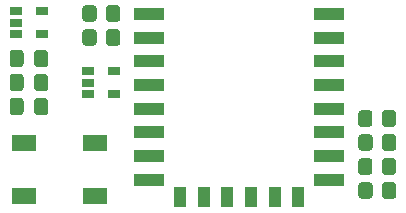
<source format=gbr>
%TF.GenerationSoftware,KiCad,Pcbnew,(5.1.9)-1*%
%TF.CreationDate,2021-10-20T11:11:32-07:00*%
%TF.ProjectId,LED-Controller-ESP-12F,4c45442d-436f-46e7-9472-6f6c6c65722d,A*%
%TF.SameCoordinates,Original*%
%TF.FileFunction,Paste,Top*%
%TF.FilePolarity,Positive*%
%FSLAX46Y46*%
G04 Gerber Fmt 4.6, Leading zero omitted, Abs format (unit mm)*
G04 Created by KiCad (PCBNEW (5.1.9)-1) date 2021-10-20 11:11:32*
%MOMM*%
%LPD*%
G01*
G04 APERTURE LIST*
%ADD10R,2.100000X1.400000*%
%ADD11R,1.060000X0.650000*%
%ADD12R,2.500000X1.000000*%
%ADD13R,1.000000X1.800000*%
G04 APERTURE END LIST*
%TO.C,C1*%
G36*
G01*
X109859500Y-112997000D02*
X109859500Y-112047000D01*
G75*
G02*
X110109500Y-111797000I250000J0D01*
G01*
X110784500Y-111797000D01*
G75*
G02*
X111034500Y-112047000I0J-250000D01*
G01*
X111034500Y-112997000D01*
G75*
G02*
X110784500Y-113247000I-250000J0D01*
G01*
X110109500Y-113247000D01*
G75*
G02*
X109859500Y-112997000I0J250000D01*
G01*
G37*
G36*
G01*
X111934500Y-112997000D02*
X111934500Y-112047000D01*
G75*
G02*
X112184500Y-111797000I250000J0D01*
G01*
X112859500Y-111797000D01*
G75*
G02*
X113109500Y-112047000I0J-250000D01*
G01*
X113109500Y-112997000D01*
G75*
G02*
X112859500Y-113247000I-250000J0D01*
G01*
X112184500Y-113247000D01*
G75*
G02*
X111934500Y-112997000I0J250000D01*
G01*
G37*
%TD*%
%TO.C,C2*%
G36*
G01*
X111934500Y-115029000D02*
X111934500Y-114079000D01*
G75*
G02*
X112184500Y-113829000I250000J0D01*
G01*
X112859500Y-113829000D01*
G75*
G02*
X113109500Y-114079000I0J-250000D01*
G01*
X113109500Y-115029000D01*
G75*
G02*
X112859500Y-115279000I-250000J0D01*
G01*
X112184500Y-115279000D01*
G75*
G02*
X111934500Y-115029000I0J250000D01*
G01*
G37*
G36*
G01*
X109859500Y-115029000D02*
X109859500Y-114079000D01*
G75*
G02*
X110109500Y-113829000I250000J0D01*
G01*
X110784500Y-113829000D01*
G75*
G02*
X111034500Y-114079000I0J-250000D01*
G01*
X111034500Y-115029000D01*
G75*
G02*
X110784500Y-115279000I-250000J0D01*
G01*
X110109500Y-115279000D01*
G75*
G02*
X109859500Y-115029000I0J250000D01*
G01*
G37*
%TD*%
%TO.C,C3*%
G36*
G01*
X109859500Y-117061000D02*
X109859500Y-116111000D01*
G75*
G02*
X110109500Y-115861000I250000J0D01*
G01*
X110784500Y-115861000D01*
G75*
G02*
X111034500Y-116111000I0J-250000D01*
G01*
X111034500Y-117061000D01*
G75*
G02*
X110784500Y-117311000I-250000J0D01*
G01*
X110109500Y-117311000D01*
G75*
G02*
X109859500Y-117061000I0J250000D01*
G01*
G37*
G36*
G01*
X111934500Y-117061000D02*
X111934500Y-116111000D01*
G75*
G02*
X112184500Y-115861000I250000J0D01*
G01*
X112859500Y-115861000D01*
G75*
G02*
X113109500Y-116111000I0J-250000D01*
G01*
X113109500Y-117061000D01*
G75*
G02*
X112859500Y-117311000I-250000J0D01*
G01*
X112184500Y-117311000D01*
G75*
G02*
X111934500Y-117061000I0J250000D01*
G01*
G37*
%TD*%
%TO.C,R1*%
G36*
G01*
X118018000Y-109162001D02*
X118018000Y-108261999D01*
G75*
G02*
X118267999Y-108012000I249999J0D01*
G01*
X118968001Y-108012000D01*
G75*
G02*
X119218000Y-108261999I0J-249999D01*
G01*
X119218000Y-109162001D01*
G75*
G02*
X118968001Y-109412000I-249999J0D01*
G01*
X118267999Y-109412000D01*
G75*
G02*
X118018000Y-109162001I0J249999D01*
G01*
G37*
G36*
G01*
X116018000Y-109162001D02*
X116018000Y-108261999D01*
G75*
G02*
X116267999Y-108012000I249999J0D01*
G01*
X116968001Y-108012000D01*
G75*
G02*
X117218000Y-108261999I0J-249999D01*
G01*
X117218000Y-109162001D01*
G75*
G02*
X116968001Y-109412000I-249999J0D01*
G01*
X116267999Y-109412000D01*
G75*
G02*
X116018000Y-109162001I0J249999D01*
G01*
G37*
%TD*%
%TO.C,R2*%
G36*
G01*
X116018000Y-111194001D02*
X116018000Y-110293999D01*
G75*
G02*
X116267999Y-110044000I249999J0D01*
G01*
X116968001Y-110044000D01*
G75*
G02*
X117218000Y-110293999I0J-249999D01*
G01*
X117218000Y-111194001D01*
G75*
G02*
X116968001Y-111444000I-249999J0D01*
G01*
X116267999Y-111444000D01*
G75*
G02*
X116018000Y-111194001I0J249999D01*
G01*
G37*
G36*
G01*
X118018000Y-111194001D02*
X118018000Y-110293999D01*
G75*
G02*
X118267999Y-110044000I249999J0D01*
G01*
X118968001Y-110044000D01*
G75*
G02*
X119218000Y-110293999I0J-249999D01*
G01*
X119218000Y-111194001D01*
G75*
G02*
X118968001Y-111444000I-249999J0D01*
G01*
X118267999Y-111444000D01*
G75*
G02*
X118018000Y-111194001I0J249999D01*
G01*
G37*
%TD*%
%TO.C,R3*%
G36*
G01*
X140570000Y-121215999D02*
X140570000Y-122116001D01*
G75*
G02*
X140320001Y-122366000I-249999J0D01*
G01*
X139619999Y-122366000D01*
G75*
G02*
X139370000Y-122116001I0J249999D01*
G01*
X139370000Y-121215999D01*
G75*
G02*
X139619999Y-120966000I249999J0D01*
G01*
X140320001Y-120966000D01*
G75*
G02*
X140570000Y-121215999I0J-249999D01*
G01*
G37*
G36*
G01*
X142570000Y-121215999D02*
X142570000Y-122116001D01*
G75*
G02*
X142320001Y-122366000I-249999J0D01*
G01*
X141619999Y-122366000D01*
G75*
G02*
X141370000Y-122116001I0J249999D01*
G01*
X141370000Y-121215999D01*
G75*
G02*
X141619999Y-120966000I249999J0D01*
G01*
X142320001Y-120966000D01*
G75*
G02*
X142570000Y-121215999I0J-249999D01*
G01*
G37*
%TD*%
%TO.C,R4*%
G36*
G01*
X139386000Y-120084001D02*
X139386000Y-119183999D01*
G75*
G02*
X139635999Y-118934000I249999J0D01*
G01*
X140336001Y-118934000D01*
G75*
G02*
X140586000Y-119183999I0J-249999D01*
G01*
X140586000Y-120084001D01*
G75*
G02*
X140336001Y-120334000I-249999J0D01*
G01*
X139635999Y-120334000D01*
G75*
G02*
X139386000Y-120084001I0J249999D01*
G01*
G37*
G36*
G01*
X141386000Y-120084001D02*
X141386000Y-119183999D01*
G75*
G02*
X141635999Y-118934000I249999J0D01*
G01*
X142336001Y-118934000D01*
G75*
G02*
X142586000Y-119183999I0J-249999D01*
G01*
X142586000Y-120084001D01*
G75*
G02*
X142336001Y-120334000I-249999J0D01*
G01*
X141635999Y-120334000D01*
G75*
G02*
X141386000Y-120084001I0J249999D01*
G01*
G37*
%TD*%
%TO.C,R5*%
G36*
G01*
X142586000Y-123247999D02*
X142586000Y-124148001D01*
G75*
G02*
X142336001Y-124398000I-249999J0D01*
G01*
X141635999Y-124398000D01*
G75*
G02*
X141386000Y-124148001I0J249999D01*
G01*
X141386000Y-123247999D01*
G75*
G02*
X141635999Y-122998000I249999J0D01*
G01*
X142336001Y-122998000D01*
G75*
G02*
X142586000Y-123247999I0J-249999D01*
G01*
G37*
G36*
G01*
X140586000Y-123247999D02*
X140586000Y-124148001D01*
G75*
G02*
X140336001Y-124398000I-249999J0D01*
G01*
X139635999Y-124398000D01*
G75*
G02*
X139386000Y-124148001I0J249999D01*
G01*
X139386000Y-123247999D01*
G75*
G02*
X139635999Y-122998000I249999J0D01*
G01*
X140336001Y-122998000D01*
G75*
G02*
X140586000Y-123247999I0J-249999D01*
G01*
G37*
%TD*%
%TO.C,R6*%
G36*
G01*
X140570000Y-117151999D02*
X140570000Y-118052001D01*
G75*
G02*
X140320001Y-118302000I-249999J0D01*
G01*
X139619999Y-118302000D01*
G75*
G02*
X139370000Y-118052001I0J249999D01*
G01*
X139370000Y-117151999D01*
G75*
G02*
X139619999Y-116902000I249999J0D01*
G01*
X140320001Y-116902000D01*
G75*
G02*
X140570000Y-117151999I0J-249999D01*
G01*
G37*
G36*
G01*
X142570000Y-117151999D02*
X142570000Y-118052001D01*
G75*
G02*
X142320001Y-118302000I-249999J0D01*
G01*
X141619999Y-118302000D01*
G75*
G02*
X141370000Y-118052001I0J249999D01*
G01*
X141370000Y-117151999D01*
G75*
G02*
X141619999Y-116902000I249999J0D01*
G01*
X142320001Y-116902000D01*
G75*
G02*
X142570000Y-117151999I0J-249999D01*
G01*
G37*
%TD*%
D10*
%TO.C,SW1*%
X111046000Y-119670000D03*
X117046000Y-119670000D03*
X111046000Y-124170000D03*
X117046000Y-124170000D03*
%TD*%
D11*
%TO.C,U1*%
X112606000Y-108524000D03*
X112606000Y-110424000D03*
X110406000Y-110424000D03*
X110406000Y-109474000D03*
X110406000Y-108524000D03*
%TD*%
%TO.C,U2*%
X116502000Y-113604000D03*
X116502000Y-114554000D03*
X116502000Y-115504000D03*
X118702000Y-115504000D03*
X118702000Y-113604000D03*
%TD*%
D12*
%TO.C,U3*%
X121686000Y-108768000D03*
X121686000Y-110768000D03*
X121686000Y-112768000D03*
X121686000Y-114768000D03*
X121686000Y-116768000D03*
X121686000Y-118768000D03*
X121686000Y-120768000D03*
X121686000Y-122768000D03*
D13*
X124286000Y-124268000D03*
X126286000Y-124268000D03*
X128286000Y-124268000D03*
X130286000Y-124268000D03*
X132286000Y-124268000D03*
X134286000Y-124268000D03*
D12*
X136886000Y-122768000D03*
X136886000Y-120768000D03*
X136886000Y-118768000D03*
X136886000Y-116768000D03*
X136886000Y-114768000D03*
X136886000Y-112768000D03*
X136886000Y-110768000D03*
X136886000Y-108768000D03*
%TD*%
M02*

</source>
